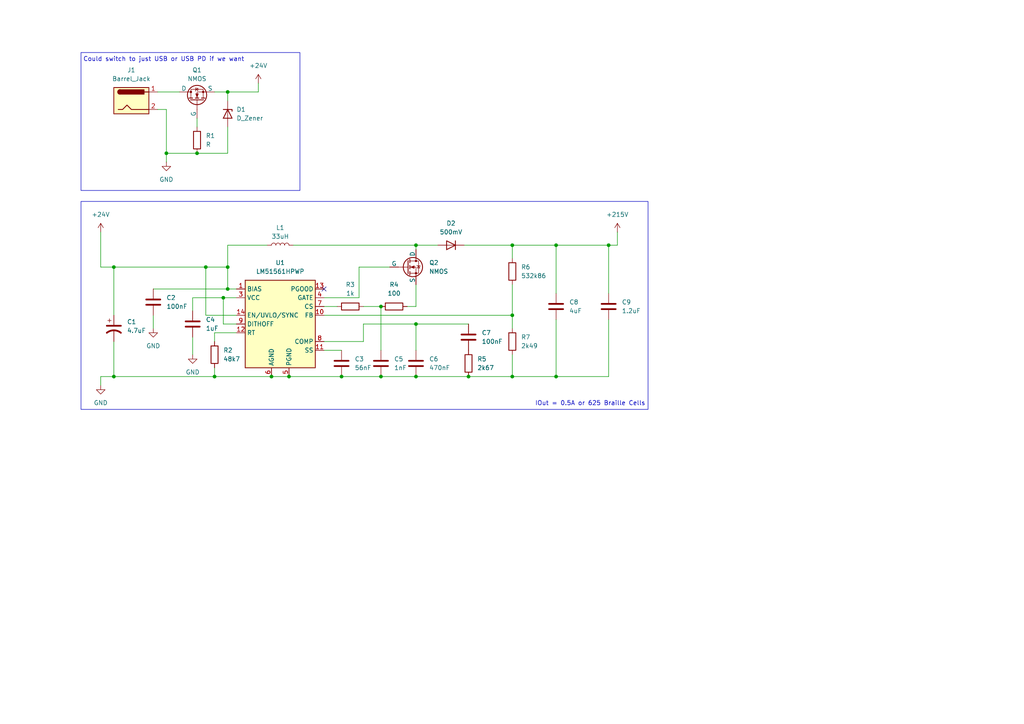
<source format=kicad_sch>
(kicad_sch (version 20250114) (generator "eeschema") (generator_version "9.0")
  (paper "A4")
  (lib_symbols
    (symbol "Connector:Barrel_Jack" (pin_names (offset 1.016))
      (property "Reference" "J" (at 0 5.334 0))
      (property "Value" "Barrel_Jack" (at 0 -5.08 0))
      (symbol "Barrel_Jack_0_1"
        (rectangle (start -5.08 3.81) (end 5.08 -3.81) (stroke (width 0.254)) (fill (type background)))
        (polyline (pts (xy -3.81 -2.54) (xy -2.54 -2.54) (xy -1.27 -1.27) (xy 0 -2.54) (xy 2.54 -2.54) (xy 5.08 -2.54)) (stroke (width 0.254)))
        (arc (start -3.302 1.905) (mid -3.9343 2.54) (end -3.302 3.175) (stroke (width 0.254)))
        (arc (start -3.302 1.905) (mid -3.9343 2.54) (end -3.302 3.175) (stroke (width 0.254)) (fill (type outline)))
        (rectangle (start 3.683 3.175) (end -3.302 1.905) (stroke (width 0.254)) (fill (type outline)))
        (polyline (pts (xy 5.08 2.54) (xy 3.81 2.54)) (stroke (width 0.254)))
      )
      (symbol "Barrel_Jack_1_1"
        (pin passive line (at 7.62 2.54 180) (length 2.54) (name "~") (number "1"))
        (pin passive line (at 7.62 -2.54 180) (length 2.54) (name "~") (number "2"))
      )
    )
    (symbol "Device:C" (pin_numbers (hide yes)) (pin_names (offset 0.254))
      (property "Reference" "C" (at 0.635 2.54 0))
      (property "Value" "C" (at 0.635 -2.54 0))
      (symbol "C_0_1"
        (polyline (pts (xy -2.032 0.762) (xy 2.032 0.762)) (stroke (width 0.508)))
        (polyline (pts (xy -2.032 -0.762) (xy 2.032 -0.762)) (stroke (width 0.508)))
      )
      (symbol "C_1_1"
        (pin passive line (at 0 3.81 270) (length 2.794) (name "~") (number "1"))
        (pin passive line (at 0 -3.81 90) (length 2.794) (name "~") (number "2"))
      )
    )
    (symbol "Device:C_Polarized_US" (pin_numbers (hide yes)) (pin_names (offset 0.254) (hide yes))
      (property "Reference" "C" (at 0.635 2.54 0))
      (property "Value" "C_Polarized_US" (at 0.635 -2.54 0))
      (symbol "C_Polarized_US_0_1"
        (polyline (pts (xy -2.032 0.762) (xy 2.032 0.762)) (stroke (width 0.508)))
        (polyline (pts (xy -1.778 2.286) (xy -0.762 2.286)))
        (polyline (pts (xy -1.27 1.778) (xy -1.27 2.794)))
        (arc (start -2.032 -1.27) (mid 0 -0.5572) (end 2.032 -1.27) (stroke (width 0.508)))
      )
      (symbol "C_Polarized_US_1_1"
        (pin passive line (at 0 3.81 270) (length 2.794) (name "~") (number "1"))
        (pin passive line (at 0 -3.81 90) (length 3.302) (name "~") (number "2"))
      )
    )
    (symbol "Device:D" (pin_numbers (hide yes)) (pin_names (offset 1.016) (hide yes))
      (property "Reference" "D" (at 0 2.54 0))
      (property "Value" "D" (at 0 -2.54 0))
      (symbol "D_0_1"
        (polyline (pts (xy -1.27 1.27) (xy -1.27 -1.27)) (stroke (width 0.254)))
        (polyline (pts (xy 1.27 1.27) (xy 1.27 -1.27) (xy -1.27 0) (xy 1.27 1.27)) (stroke (width 0.254)))
        (polyline (pts (xy 1.27 0) (xy -1.27 0)))
      )
      (symbol "D_1_1"
        (pin passive line (at -3.81 0 0) (length 2.54) (name "K") (number "1"))
        (pin passive line (at 3.81 0 180) (length 2.54) (name "A") (number "2"))
      )
    )
    (symbol "Device:D_Zener" (pin_numbers (hide yes)) (pin_names (offset 1.016) (hide yes))
      (property "Reference" "D" (at 0 2.54 0))
      (property "Value" "D_Zener" (at 0 -2.54 0))
      (symbol "D_Zener_0_1"
        (polyline (pts (xy -1.27 -1.27) (xy -1.27 1.27) (xy -0.762 1.27)) (stroke (width 0.254)))
        (polyline (pts (xy 1.27 0) (xy -1.27 0)))
        (polyline (pts (xy 1.27 -1.27) (xy 1.27 1.27) (xy -1.27 0) (xy 1.27 -1.27)) (stroke (width 0.254)))
      )
      (symbol "D_Zener_1_1"
        (pin passive line (at -3.81 0 0) (length 2.54) (name "K") (number "1"))
        (pin passive line (at 3.81 0 180) (length 2.54) (name "A") (number "2"))
      )
    )
    (symbol "Device:L" (pin_numbers (hide yes)) (pin_names (offset 1.016) (hide yes))
      (property "Reference" "L" (at -1.27 0 90))
      (property "Value" "L" (at 1.905 0 90))
      (symbol "L_0_1"
        (arc (start 0 2.54) (mid 0.6323 1.905) (end 0 1.27))
        (arc (start 0 1.27) (mid 0.6323 0.635) (end 0 0))
        (arc (start 0 0) (mid 0.6323 -0.635) (end 0 -1.27))
        (arc (start 0 -1.27) (mid 0.6323 -1.905) (end 0 -2.54))
      )
      (symbol "L_1_1"
        (pin passive line (at 0 3.81 270) (length 1.27) (name "1") (number "1"))
        (pin passive line (at 0 -3.81 90) (length 1.27) (name "2") (number "2"))
      )
    )
    (symbol "Device:R" (pin_numbers (hide yes)) (pin_names (offset 0))
      (property "Reference" "R" (at 2.032 0 90))
      (property "Value" "R" (at 0 0 90))
      (symbol "R_0_1"
        (rectangle (start -1.016 -2.54) (end 1.016 2.54) (stroke (width 0.254)))
      )
      (symbol "R_1_1"
        (pin passive line (at 0 3.81 270) (length 1.27) (name "~") (number "1"))
        (pin passive line (at 0 -3.81 90) (length 1.27) (name "~") (number "2"))
      )
    )
    (symbol "Regulator_Switching:LM51561HPWP"
      (property "Reference" "U" (at -10.16 13.716 0))
      (property "Value" "LM51561HPWP" (at -3.302 13.716 0))
      (symbol "LM51561HPWP_0_1"
        (rectangle (start -10.16 12.7) (end 10.16 -12.7) (stroke (width 0.254)) (fill (type background)))
      )
      (symbol "LM51561HPWP_1_1"
        (pin power_in line (at -12.7 10.16 0) (length 2.54) (name "BIAS") (number "1"))
        (pin power_out line (at -12.7 7.62 0) (length 2.54) (name "VCC") (number "3"))
        (pin input line (at -12.7 2.54 0) (length 2.54) (name "EN/UVLO/SYNC") (number "14"))
        (pin input line (at -12.7 0 0) (length 2.54) (name "DITHOFF") (number "9"))
        (pin input line (at -12.7 -2.54 0) (length 2.54) (name "RT") (number "12"))
        (pin no_connect line (at -10.16 -10.16 0) (length 2.54) (hide yes) (name "NC") (number "2"))
        (pin passive line (at -2.54 -15.24 90) (length 2.54) (hide yes) (name "AGND") (number "15"))
        (pin power_in line (at -2.54 -15.24 90) (length 2.54) (name "AGND") (number "6"))
        (pin power_in line (at 2.54 -15.24 90) (length 2.54) (name "PGND") (number "5"))
        (pin open_collector line (at 12.7 10.16 180) (length 2.54) (name "PGOOD") (number "13"))
        (pin output line (at 12.7 7.62 180) (length 2.54) (name "GATE") (number "4"))
        (pin input line (at 12.7 5.08 180) (length 2.54) (name "CS") (number "7"))
        (pin input line (at 12.7 2.54 180) (length 2.54) (name "FB") (number "10"))
        (pin output line (at 12.7 -5.08 180) (length 2.54) (name "COMP") (number "8"))
        (pin input line (at 12.7 -7.62 180) (length 2.54) (name "SS") (number "11"))
      )
    )
    (symbol "Simulation_SPICE:NMOS" (pin_numbers (hide yes)) (pin_names (offset 0))
      (property "Reference" "Q" (at 5.08 1.27 0))
      (property "Value" "NMOS" (at 5.08 -1.27 0))
      (symbol "NMOS_0_1"
        (polyline (pts (xy 0.254 1.905) (xy 0.254 -1.905)) (stroke (width 0.254)))
        (polyline (pts (xy 0.254 0) (xy -2.54 0)))
        (polyline (pts (xy 0.762 2.286) (xy 0.762 1.27)) (stroke (width 0.254)))
        (polyline (pts (xy 0.762 0.508) (xy 0.762 -0.508)) (stroke (width 0.254)))
        (polyline (pts (xy 0.762 -1.27) (xy 0.762 -2.286)) (stroke (width 0.254)))
        (polyline (pts (xy 0.762 -1.778) (xy 3.302 -1.778) (xy 3.302 1.778) (xy 0.762 1.778)))
        (polyline (pts (xy 1.016 0) (xy 2.032 0.381) (xy 2.032 -0.381) (xy 1.016 0)) (fill (type outline)))
        (circle (center 1.651 0) (radius 2.794) (stroke (width 0.254)))
        (polyline (pts (xy 2.54 2.54) (xy 2.54 1.778)))
        (circle (center 2.54 1.778) (radius 0.254) (fill (type outline)))
        (circle (center 2.54 -1.778) (radius 0.254) (fill (type outline)))
        (polyline (pts (xy 2.54 -2.54) (xy 2.54 0) (xy 0.762 0)))
        (polyline (pts (xy 2.794 0.508) (xy 2.921 0.381) (xy 3.683 0.381) (xy 3.81 0.254)))
        (polyline (pts (xy 3.302 0.381) (xy 2.921 -0.254) (xy 3.683 -0.254) (xy 3.302 0.381)))
      )
      (symbol "NMOS_1_1"
        (pin input line (at -5.08 0 0) (length 2.54) (name "G") (number "2"))
        (pin passive line (at 2.54 5.08 270) (length 2.54) (name "D") (number "1"))
        (pin passive line (at 2.54 -5.08 90) (length 2.54) (name "S") (number "3"))
      )
    )
    (symbol "power:+24V" (power) (pin_numbers (hide yes)) (pin_names (offset 0) (hide yes))
      (property "Value" "+24V" (at 0 3.556 0))
      (symbol "+24V_0_1"
        (polyline (pts (xy -0.762 1.27) (xy 0 2.54)))
        (polyline (pts (xy 0 2.54) (xy 0.762 1.27)))
        (polyline (pts (xy 0 0) (xy 0 2.54)))
      )
      (symbol "+24V_1_1"
        (pin power_in line (at 0 0 90) (length 0) (name "~") (number "1"))
      )
    )
    (symbol "power:+48V" (power) (pin_numbers (hide yes)) (pin_names (offset 0) (hide yes))
      (property "Value" "+48V" (at 0 3.556 0))
      (symbol "+48V_0_1"
        (polyline (pts (xy -0.762 1.27) (xy 0 2.54)))
        (polyline (pts (xy 0 2.54) (xy 0.762 1.27)))
        (polyline (pts (xy 0 0) (xy 0 2.54)))
      )
      (symbol "+48V_1_1"
        (pin power_in line (at 0 0 90) (length 0) (name "~") (number "1"))
      )
    )
    (symbol "power:GND" (power) (pin_numbers (hide yes)) (pin_names (offset 0) (hide yes))
      (property "Value" "GND" (at 0 -3.81 0))
      (symbol "GND_0_1"
        (polyline (pts (xy 0 0) (xy 0 -1.27) (xy 1.27 -1.27) (xy 0 -2.54) (xy -1.27 -1.27) (xy 0 -1.27)))
      )
      (symbol "GND_1_1"
        (pin power_in line (at 0 0 270) (length 0) (name "~") (number "1"))
      )
    )
  )
  (rectangle (start 23.495 58.42) (end 187.96 118.745))
  (rectangle (start 23.495 15.24) (end 86.995 55.245))
  (text "Could switch to just USB or USB PD if we want" (at 47.498 17.272 0) (effects (font (size 1.27 1.27))))
  (text "IOut = 0.5A or 625 Braille Cells" (at 171.196 117.094 0) (effects (font (size 1.27 1.27))))
  (junction (at 120.65 109.22))
  (junction (at 48.26 44.45))
  (junction (at 176.53 71.12))
  (junction (at 161.29 71.12))
  (junction (at 64.77 86.36))
  (junction (at 120.65 93.98))
  (junction (at 99.06 109.22))
  (junction (at 148.59 71.12))
  (junction (at 78.74 109.22))
  (junction (at 110.49 88.9))
  (junction (at 33.02 109.22))
  (junction (at 59.69 77.47))
  (junction (at 83.82 109.22))
  (junction (at 120.65 71.12))
  (junction (at 62.23 109.22))
  (junction (at 66.04 77.47))
  (junction (at 161.29 109.22))
  (junction (at 135.89 109.22))
  (junction (at 148.59 109.22))
  (junction (at 57.15 44.45))
  (junction (at 110.49 109.22))
  (junction (at 66.04 83.82))
  (junction (at 66.04 26.67))
  (junction (at 148.59 91.44))
  (junction (at 33.02 77.47))
  (no_connect (at 93.98 83.82))
  (wire (pts (xy 59.69 77.47) (xy 33.02 77.47)))
  (wire (pts (xy 74.93 26.67) (xy 74.93 24.13)))
  (wire (pts (xy 62.23 109.22) (xy 78.74 109.22)))
  (wire (pts (xy 66.04 83.82) (xy 66.04 77.47)))
  (wire (pts (xy 110.49 109.22) (xy 120.65 109.22)))
  (wire (pts (xy 148.59 102.87) (xy 148.59 109.22)))
  (wire (pts (xy 66.04 77.47) (xy 66.04 71.12)))
  (wire (pts (xy 93.98 86.36) (xy 104.14 86.36)))
  (wire (pts (xy 120.65 71.12) (xy 127 71.12)))
  (wire (pts (xy 179.07 71.12) (xy 179.07 67.31)))
  (wire (pts (xy 148.59 91.44) (xy 148.59 95.25)))
  (wire (pts (xy 62.23 99.06) (xy 62.23 96.52)))
  (wire (pts (xy 105.41 88.9) (xy 110.49 88.9)))
  (wire (pts (xy 83.82 109.22) (xy 99.06 109.22)))
  (wire (pts (xy 33.02 77.47) (xy 33.02 91.44)))
  (wire (pts (xy 68.58 91.44) (xy 59.69 91.44)))
  (wire (pts (xy 62.23 106.68) (xy 62.23 109.22)))
  (wire (pts (xy 62.23 96.52) (xy 68.58 96.52)))
  (wire (pts (xy 66.04 83.82) (xy 68.58 83.82)))
  (wire (pts (xy 48.26 46.99) (xy 48.26 44.45)))
  (wire (pts (xy 161.29 85.09) (xy 161.29 71.12)))
  (wire (pts (xy 176.53 92.71) (xy 176.53 109.22)))
  (wire (pts (xy 93.98 101.6) (xy 99.06 101.6)))
  (wire (pts (xy 44.45 95.25) (xy 44.45 91.44)))
  (wire (pts (xy 148.59 109.22) (xy 135.89 109.22)))
  (wire (pts (xy 33.02 109.22) (xy 62.23 109.22)))
  (wire (pts (xy 161.29 92.71) (xy 161.29 109.22)))
  (wire (pts (xy 64.77 93.98) (xy 64.77 86.36)))
  (wire (pts (xy 57.15 34.29) (xy 57.15 36.83)))
  (wire (pts (xy 161.29 109.22) (xy 148.59 109.22)))
  (wire (pts (xy 120.65 93.98) (xy 105.41 93.98)))
  (wire (pts (xy 29.21 77.47) (xy 29.21 67.31)))
  (wire (pts (xy 66.04 71.12) (xy 77.47 71.12)))
  (wire (pts (xy 176.53 71.12) (xy 161.29 71.12)))
  (wire (pts (xy 120.65 88.9) (xy 120.65 82.55)))
  (wire (pts (xy 148.59 71.12) (xy 161.29 71.12)))
  (wire (pts (xy 105.41 99.06) (xy 93.98 99.06)))
  (wire (pts (xy 176.53 109.22) (xy 161.29 109.22)))
  (wire (pts (xy 48.26 44.45) (xy 48.26 31.75)))
  (wire (pts (xy 48.26 44.45) (xy 57.15 44.45)))
  (wire (pts (xy 134.62 71.12) (xy 148.59 71.12)))
  (wire (pts (xy 85.09 71.12) (xy 120.65 71.12)))
  (wire (pts (xy 110.49 88.9) (xy 110.49 101.6)))
  (wire (pts (xy 64.77 86.36) (xy 68.58 86.36)))
  (wire (pts (xy 78.74 109.22) (xy 83.82 109.22)))
  (wire (pts (xy 120.65 109.22) (xy 135.89 109.22)))
  (wire (pts (xy 55.88 97.79) (xy 55.88 102.87)))
  (wire (pts (xy 66.04 26.67) (xy 74.93 26.67)))
  (wire (pts (xy 93.98 88.9) (xy 97.79 88.9)))
  (wire (pts (xy 44.45 83.82) (xy 66.04 83.82)))
  (wire (pts (xy 66.04 26.67) (xy 66.04 29.21)))
  (wire (pts (xy 62.23 26.67) (xy 66.04 26.67)))
  (wire (pts (xy 68.58 93.98) (xy 64.77 93.98)))
  (wire (pts (xy 59.69 91.44) (xy 59.69 77.47)))
  (wire (pts (xy 66.04 44.45) (xy 57.15 44.45)))
  (wire (pts (xy 48.26 31.75) (xy 45.72 31.75)))
  (wire (pts (xy 55.88 90.17) (xy 55.88 86.36)))
  (wire (pts (xy 29.21 109.22) (xy 29.21 111.76)))
  (wire (pts (xy 66.04 36.83) (xy 66.04 44.45)))
  (wire (pts (xy 118.11 88.9) (xy 120.65 88.9)))
  (wire (pts (xy 148.59 82.55) (xy 148.59 91.44)))
  (wire (pts (xy 120.65 72.39) (xy 120.65 71.12)))
  (wire (pts (xy 135.89 93.98) (xy 120.65 93.98)))
  (wire (pts (xy 104.14 77.47) (xy 113.03 77.47)))
  (wire (pts (xy 99.06 109.22) (xy 110.49 109.22)))
  (wire (pts (xy 176.53 71.12) (xy 179.07 71.12)))
  (wire (pts (xy 45.72 26.67) (xy 52.07 26.67)))
  (wire (pts (xy 148.59 71.12) (xy 148.59 74.93)))
  (wire (pts (xy 93.98 91.44) (xy 148.59 91.44)))
  (wire (pts (xy 120.65 93.98) (xy 120.65 101.6)))
  (wire (pts (xy 33.02 109.22) (xy 29.21 109.22)))
  (wire (pts (xy 33.02 99.06) (xy 33.02 109.22)))
  (wire (pts (xy 104.14 86.36) (xy 104.14 77.47)))
  (wire (pts (xy 55.88 86.36) (xy 64.77 86.36)))
  (wire (pts (xy 105.41 93.98) (xy 105.41 99.06)))
  (wire (pts (xy 66.04 77.47) (xy 59.69 77.47)))
  (wire (pts (xy 176.53 85.09) (xy 176.53 71.12)))
  (wire (pts (xy 33.02 77.47) (xy 29.21 77.47)))
  (symbol (lib_id "Device:R") (at 135.89 105.41 180) (unit 1)
    (property "Reference" "R5" (at 138.43 104.1399 0) (effects (justify right)))
    (property "Value" "2k67" (at 138.43 106.6799 0) (effects (justify right)))
    (property "Description" "Resistor" (effects (hide yes)))
  )
  (symbol (lib_id "Device:L") (at 81.28 71.12 90) (unit 1)
    (property "Reference" "L1" (at 81.28 66.04 90))
    (property "Value" "33uH" (at 81.28 68.58 90))
    (property "Datasheet" "https://www.we-online.com/components/products/datasheet/74439370330.pdf" (effects (hide yes)))
    (property "Description" "Inductor" (effects (hide yes)))
  )
  (symbol (lib_id "power:GND") (at 55.88 102.87 0) (unit 1)
    (property "Reference" "#PWR06" (effects (hide yes)))
    (property "Value" "GND" (at 55.88 107.95 0))
    (property "Description" "Power symbol creates a global label with name \"GND\" , ground" (effects (hide yes)))
  )
  (symbol (lib_id "Device:C") (at 99.06 105.41 0) (unit 1)
    (property "Reference" "C3" (at 102.87 104.1399 0) (effects (justify left)))
    (property "Value" "56nF" (at 102.87 106.6799 0) (effects (justify left)))
    (property "Description" "Unpolarized capacitor" (effects (hide yes)))
  )
  (symbol (lib_id "Device:C") (at 176.53 88.9 0) (unit 1)
    (property "Reference" "C9" (at 180.34 87.6299 0) (effects (justify left)))
    (property "Value" "1.2uF" (at 180.34 90.1699 0) (effects (justify left)))
    (property "Description" "Unpolarized capacitor" (effects (hide yes)))
  )
  (symbol (lib_id "Simulation_SPICE:NMOS") (at 118.11 77.47 0) (unit 1)
    (property "Reference" "Q2" (at 124.46 76.1999 0) (effects (justify left)))
    (property "Value" "NMOS" (at 124.46 78.7399 0) (effects (justify left)))
    (property "Datasheet" "https://ngspice.sourceforge.io/docs/ngspice-html-manual/manual.xhtml#cha_MOSFETs" (effects (hide yes)))
    (property "Description" "N-MOSFET transistor, drain/source/gate" (effects (hide yes)))
    (property "Sim.Device" "NMOS" (effects (hide yes)))
    (property "Sim.Type" "VDMOS" (effects (hide yes)))
    (property "Sim.Pins" "1=D 2=G 3=S" (effects (hide yes)))
  )
  (symbol (lib_id "Device:R") (at 57.15 40.64 0) (unit 1)
    (property "Reference" "R1" (at 59.69 39.3699 0) (effects (justify left)))
    (property "Value" "R" (at 59.69 41.9099 0) (effects (justify left)))
    (property "Description" "Resistor" (effects (hide yes)))
  )
  (symbol (lib_id "Regulator_Switching:LM51561HPWP") (at 81.28 93.98 0) (unit 1)
    (property "Reference" "U1" (at 81.28 76.2 0))
    (property "Value" "LM51561HPWP" (at 81.28 78.74 0))
    (property "Footprint" "Package_SO:Texas_HTSSOP-14-1EP_4.4x5mm_P0.65mm_EP3.4x5mm_Mask3.155x3.255mm_ThermalVias" (effects (hide yes)))
    (property "Datasheet" "https://www.ti.com/lit/ds/symlink/lm5156h.pdf" (effects (hide yes)))
    (property "Description" "65V Wide Vin non-synchronous Boost/SEPIC/Flyback controller (hiccup enabled), HTSSOP-14" (effects (hide yes)))
  )
  (symbol (lib_id "power:+24V") (at 74.93 24.13 0) (unit 1)
    (property "Reference" "#PWR01" (effects (hide yes)))
    (property "Value" "+24V" (at 74.93 19.05 0))
    (property "Description" "Power symbol creates a global label with name \"+24V\"" (effects (hide yes)))
  )
  (symbol (lib_id "Device:R") (at 62.23 102.87 0) (unit 1)
    (property "Reference" "R2" (at 64.77 101.5999 0) (effects (justify left)))
    (property "Value" "48k7" (at 64.77 104.1399 0) (effects (justify left)))
    (property "Description" "Resistor" (effects (hide yes)))
  )
  (symbol (lib_id "Device:C") (at 55.88 93.98 0) (unit 1)
    (property "Reference" "C4" (at 59.69 92.7099 0) (effects (justify left)))
    (property "Value" "1uF" (at 59.69 95.2499 0) (effects (justify left)))
    (property "Description" "Unpolarized capacitor" (effects (hide yes)))
  )
  (symbol (lib_id "Device:D_Zener") (at 66.04 33.02 270) (unit 1)
    (property "Reference" "D1" (at 68.58 31.7499 90) (effects (justify left)))
    (property "Value" "D_Zener" (at 68.58 34.2899 90) (effects (justify left)))
    (property "Description" "Zener diode" (effects (hide yes)))
  )
  (symbol (lib_id "power:+24V") (at 29.21 67.31 0) (unit 1)
    (property "Reference" "#PWR05" (effects (hide yes)))
    (property "Value" "+24V" (at 29.21 62.23 0))
    (property "Description" "Power symbol creates a global label with name \"+24V\"" (effects (hide yes)))
  )
  (symbol (lib_id "power:GND") (at 44.45 95.25 0) (unit 1)
    (property "Reference" "#PWR03" (effects (hide yes)))
    (property "Value" "GND" (at 44.45 100.33 0))
    (property "Description" "Power symbol creates a global label with name \"GND\" , ground" (effects (hide yes)))
  )
  (symbol (lib_id "Device:C_Polarized_US") (at 33.02 95.25 0) (unit 1)
    (property "Reference" "C1" (at 36.83 93.3449 0) (effects (justify left)))
    (property "Value" "4.7uF" (at 36.83 95.8849 0) (effects (justify left)))
    (property "Description" "Polarized capacitor, US symbol" (effects (hide yes)))
  )
  (symbol (lib_id "Device:C") (at 135.89 97.79 0) (unit 1)
    (property "Reference" "C7" (at 139.7 96.5199 0) (effects (justify left)))
    (property "Value" "100nF" (at 139.7 99.0599 0) (effects (justify left)))
    (property "Description" "Unpolarized capacitor" (effects (hide yes)))
  )
  (symbol (lib_id "Device:R") (at 101.6 88.9 90) (unit 1)
    (property "Reference" "R3" (at 101.6 82.55 90))
    (property "Value" "1k" (at 101.6 85.09 90))
    (property "Description" "Resistor" (effects (hide yes)))
  )
  (symbol (lib_id "Device:C") (at 110.49 105.41 0) (unit 1)
    (property "Reference" "C5" (at 114.3 104.1399 0) (effects (justify left)))
    (property "Value" "1nF" (at 114.3 106.6799 0) (effects (justify left)))
    (property "Description" "Unpolarized capacitor" (effects (hide yes)))
  )
  (symbol (lib_id "Simulation_SPICE:NMOS") (at 57.15 29.21 90) (unit 1)
    (property "Reference" "Q1" (at 57.15 20.32 90))
    (property "Value" "NMOS" (at 57.15 22.86 90))
    (property "Datasheet" "https://ngspice.sourceforge.io/docs/ngspice-html-manual/manual.xhtml#cha_MOSFETs" (effects (hide yes)))
    (property "Description" "N-MOSFET transistor, drain/source/gate" (effects (hide yes)))
    (property "Sim.Device" "NMOS" (effects (hide yes)))
    (property "Sim.Type" "VDMOS" (effects (hide yes)))
    (property "Sim.Pins" "1=D 2=G 3=S" (effects (hide yes)))
  )
  (symbol (lib_id "power:GND") (at 48.26 46.99 0) (unit 1)
    (property "Reference" "#PWR02" (effects (hide yes)))
    (property "Value" "GND" (at 48.26 52.07 0))
    (property "Description" "Power symbol creates a global label with name \"GND\" , ground" (effects (hide yes)))
  )
  (symbol (lib_id "power:+48V") (at 179.07 67.31 0) (unit 1)
    (property "Reference" "#PWR07" (effects (hide yes)))
    (property "Value" "+215V" (at 179.07 62.23 0))
    (property "Description" "Power symbol creates a global label with name \"+48V\"" (effects (hide yes)))
  )
  (symbol (lib_id "Connector:Barrel_Jack") (at 38.1 29.21 0) (unit 1)
    (property "Reference" "J1" (at 38.1 20.32 0))
    (property "Value" "Barrel_Jack" (at 38.1 22.86 0))
    (property "Description" "DC Barrel Jack" (effects (hide yes)))
  )
  (symbol (lib_id "Device:R") (at 148.59 99.06 180) (unit 1)
    (property "Reference" "R7" (at 151.13 97.7899 0) (effects (justify right)))
    (property "Value" "2k49" (at 151.13 100.3299 0) (effects (justify right)))
    (property "Description" "Resistor" (effects (hide yes)))
  )
  (symbol (lib_id "Device:C") (at 161.29 88.9 0) (unit 1)
    (property "Reference" "C8" (at 165.1 87.6299 0) (effects (justify left)))
    (property "Value" "4uF" (at 165.1 90.1699 0) (effects (justify left)))
    (property "Description" "Unpolarized capacitor" (effects (hide yes)))
  )
  (symbol (lib_id "Device:C") (at 120.65 105.41 0) (unit 1)
    (property "Reference" "C6" (at 124.46 104.1399 0) (effects (justify left)))
    (property "Value" "470nF" (at 124.46 106.6799 0) (effects (justify left)))
    (property "Description" "Unpolarized capacitor" (effects (hide yes)))
  )
  (symbol (lib_id "Device:R") (at 148.59 78.74 180) (unit 1)
    (property "Reference" "R6" (at 151.13 77.4699 0) (effects (justify right)))
    (property "Value" "532k86" (at 151.13 80.0099 0) (effects (justify right)))
    (property "Description" "Resistor" (effects (hide yes)))
  )
  (symbol (lib_id "Device:R") (at 114.3 88.9 90) (unit 1)
    (property "Reference" "R4" (at 114.3 82.55 90))
    (property "Value" "100" (at 114.3 85.09 90))
    (property "Description" "Resistor" (effects (hide yes)))
  )
  (symbol (lib_id "power:GND") (at 29.21 111.76 0) (unit 1)
    (property "Reference" "#PWR04" (effects (hide yes)))
    (property "Value" "GND" (at 29.21 116.84 0))
    (property "Description" "Power symbol creates a global label with name \"GND\" , ground" (effects (hide yes)))
  )
  (symbol (lib_id "Device:C") (at 44.45 87.63 0) (unit 1)
    (property "Reference" "C2" (at 48.26 86.3599 0) (effects (justify left)))
    (property "Value" "100nF" (at 48.26 88.8999 0) (effects (justify left)))
    (property "Description" "Unpolarized capacitor" (effects (hide yes)))
  )
  (symbol (lib_id "Device:D") (at 130.81 71.12 180) (unit 1)
    (property "Reference" "D2" (at 130.81 64.77 0))
    (property "Value" "500mV" (at 130.81 67.31 0))
    (property "Description" "Diode" (effects (hide yes)))
    (property "Sim.Device" "D" (effects (hide yes)))
    (property "Sim.Pins" "1=K 2=A" (effects (hide yes)))
  )
)
</source>
